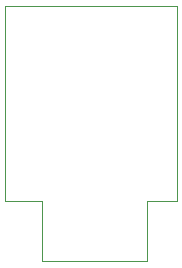
<source format=gbr>
G04 #@! TF.GenerationSoftware,KiCad,Pcbnew,(5.1.4)-1*
G04 #@! TF.CreationDate,2019-11-27T10:22:52+01:00*
G04 #@! TF.ProjectId,Breakout_v6,42726561-6b6f-4757-945f-76362e6b6963,rev?*
G04 #@! TF.SameCoordinates,Original*
G04 #@! TF.FileFunction,Profile,NP*
%FSLAX46Y46*%
G04 Gerber Fmt 4.6, Leading zero omitted, Abs format (unit mm)*
G04 Created by KiCad (PCBNEW (5.1.4)-1) date 2019-11-27 10:22:52*
%MOMM*%
%LPD*%
G04 APERTURE LIST*
%ADD10C,0.050000*%
G04 APERTURE END LIST*
D10*
X138430000Y-69215000D02*
X153035000Y-69215000D01*
X138430000Y-85725000D02*
X138430000Y-69215000D01*
X139065000Y-85725000D02*
X138430000Y-85725000D01*
X141605000Y-85725000D02*
X139065000Y-85725000D01*
X153035000Y-85725000D02*
X150495000Y-85725000D01*
X141605000Y-90805000D02*
X141605000Y-85725000D01*
X150495000Y-90805000D02*
X141605000Y-90805000D01*
X150495000Y-85725000D02*
X150495000Y-90805000D01*
X153035000Y-84455000D02*
X153035000Y-85725000D01*
X153035000Y-69215000D02*
X153035000Y-84455000D01*
M02*

</source>
